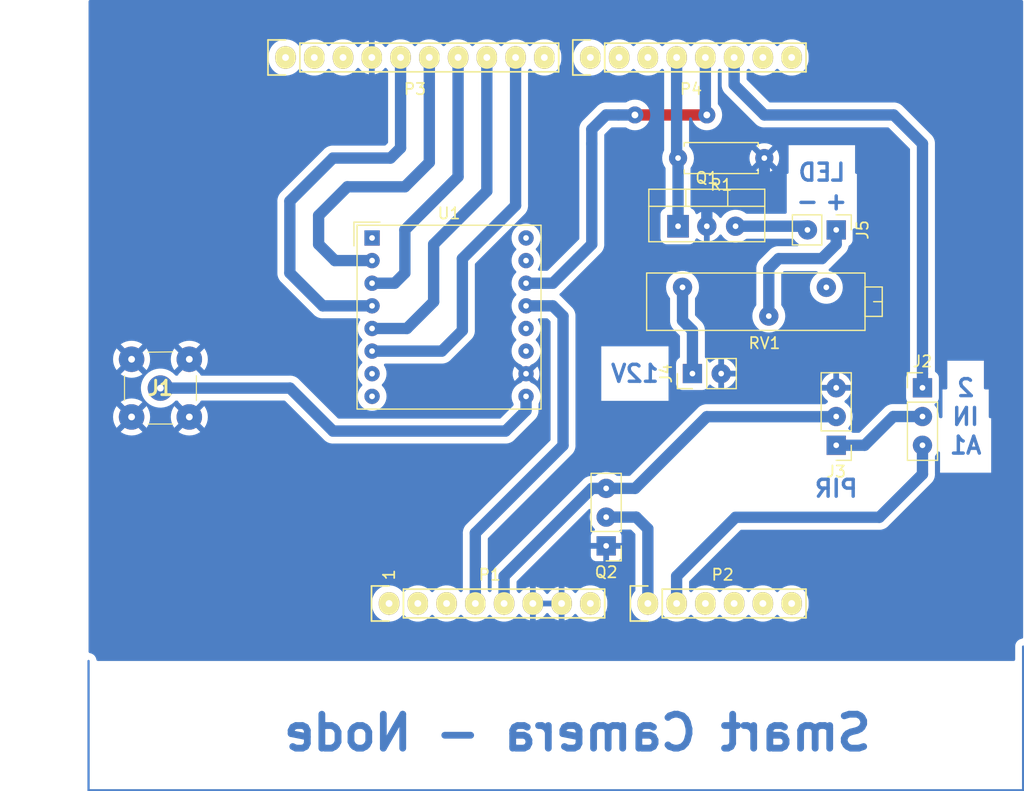
<source format=kicad_pcb>
(kicad_pcb (version 20211014) (generator pcbnew)
  (title_block (date "lun. 30 mars 2015"))
  (layers (0 "F.Cu" signal) (31 "B.Cu" signal) (34 "B.Paste" user) (35 "F.Paste" user) (36 "B.SilkS" user "B.Silkscreen") (37 "F.SilkS" user "F.Silkscreen") (38 "B.Mask" user) (39 "F.Mask" user) (44 "Edge.Cuts" user))
  (net 0 "")
  (net 1 "/IOREF")
  (net 2 "/Reset")
  (net 3 "+5V")
  (net 4 "GND")
  (net 5 "/Vin")
  (net 6 "/A0")
  (net 7 "/A1")
  (net 8 "/A2")
  (net 9 "/A3")
  (net 10 "/AREF")
  (net 11 "/A4(SDA)")
  (net 12 "/A5(SCL)")
  (net 13 "/9(**)")
  (net 14 "/8")
  (net 15 "/7")
  (net 16 "/6(**)")
  (net 17 "/5(**)")
  (net 18 "/4")
  (net 19 "/3(**)")
  (net 20 "/2")
  (net 21 "/1(Tx)")
  (net 22 "/0(Rx)")
  (net 24 "/11(**{slash}MOSI)")
  (net 25 "/10(**{slash}SS)")
  (net 26 "/13(SCK)")
  (net 27 "+3V3")
  (net 28 "/12(MISO)")
  (net 32 "Net-(J1-Pad5)")
  (net 37 "Net-(J2-Pad2)")
  (net 38 "+12V")
  (net 39 "/LED_PLUS")
  (net 40 "/LED_MOINS")
  (footprint "Socket_Arduino_Uno:Socket_Strip_Arduino_1x08" (layer "F.Cu") (at 112.141 174.625)
    (fp_text reference "P1" (at 8.89 -2.54) (layer "F.SilkS"))
    (fp_text value "Power")
    (fp_line (start 19.05 1.27) (end 19.05 -1.27) (layer "F.SilkS") (width 0.15))
    (fp_line (start 1.27 1.27) (end 19.05 1.27) (layer "F.SilkS") (width 0.15))
    (fp_line (start 19.05 -1.27) (end 1.27 -1.27) (layer "F.SilkS") (width 0.15))
    (fp_line (start 0 -1.55) (end -1.55 -1.55) (layer "F.SilkS") (width 0.15))
    (fp_line (start -1.55 -1.55) (end -1.55 1.55) (layer "F.SilkS") (width 0.15))
    (fp_line (start -1.55 1.55) (end 0 1.55) (layer "F.SilkS") (width 0.15))
    (fp_line (start 1.27 1.27) (end 1.27 -1.27) (layer "F.SilkS") (width 0.15))
    (pad "1" thru_hole oval locked (at 0 0) (size 1.8 2) (drill 0.6) (layers *.Cu *.Mask "F.SilkS"))
    (pad "2" thru_hole oval locked (at 2.54 0) (size 1.8 2) (drill 0.6) (layers *.Cu *.Mask "F.SilkS") (net 1 "/IOREF"))
    (pad "3" thru_hole oval locked (at 5.08 0) (size 1.8 2) (drill 0.6) (layers *.Cu *.Mask "F.SilkS") (net 2 "/Reset"))
    (pad "4" thru_hole oval locked (at 7.62 0) (size 1.8 2) (drill 0.6) (layers *.Cu *.Mask "F.SilkS") (net 27 "+3V3"))
    (pad "5" thru_hole oval locked (at 10.16 0) (size 1.8 2) (drill 0.6) (layers *.Cu *.Mask "F.SilkS") (net 3 "+5V"))
    (pad "6" thru_hole oval locked (at 12.7 0) (size 1.8 2) (drill 0.6) (layers *.Cu *.Mask "F.SilkS") (net 4 "GND"))
    (pad "7" thru_hole oval locked (at 15.24 0) (size 1.8 2) (drill 0.6) (layers *.Cu *.Mask "F.SilkS") (net 4 "GND"))
    (pad "8" thru_hole oval locked (at 17.78 0) (size 1.8 2) (drill 0.6) (layers *.Cu *.Mask "F.SilkS") (net 5 "/Vin"))
  )
  (footprint "Socket_Arduino_Uno:Socket_Strip_Arduino_1x06" (layer "F.Cu") (at 135.001 174.625)
    (fp_text reference "P2" (at 6.604 -2.54) (layer "F.SilkS"))
    (fp_text value "Analog")
    (fp_line (start 1.27 1.27) (end 1.27 -1.27) (layer "F.SilkS") (width 0.15))
    (fp_line (start 0 -1.55) (end -1.55 -1.55) (layer "F.SilkS") (width 0.15))
    (fp_line (start 13.97 -1.27) (end 1.27 -1.27) (layer "F.SilkS") (width 0.15))
    (fp_line (start 1.27 1.27) (end 13.97 1.27) (layer "F.SilkS") (width 0.15))
    (fp_line (start 13.97 1.27) (end 13.97 -1.27) (layer "F.SilkS") (width 0.15))
    (fp_line (start -1.55 -1.55) (end -1.55 1.55) (layer "F.SilkS") (width 0.15))
    (fp_line (start -1.55 1.55) (end 0 1.55) (layer "F.SilkS") (width 0.15))
    (pad "1" thru_hole oval locked (at 0 0) (size 1.8 2) (drill 0.6) (layers *.Cu *.Mask "F.SilkS") (net 6 "/A0"))
    (pad "2" thru_hole oval locked (at 2.54 0) (size 1.8 2) (drill 0.6) (layers *.Cu *.Mask "F.SilkS") (net 7 "/A1"))
    (pad "3" thru_hole oval locked (at 5.08 0) (size 1.8 2) (drill 0.6) (layers *.Cu *.Mask "F.SilkS") (net 8 "/A2"))
    (pad "4" thru_hole oval locked (at 7.62 0) (size 1.8 2) (drill 0.6) (layers *.Cu *.Mask "F.SilkS") (net 9 "/A3"))
    (pad "5" thru_hole oval locked (at 10.16 0) (size 1.8 2) (drill 0.6) (layers *.Cu *.Mask "F.SilkS") (net 11 "/A4(SDA)"))
    (pad "6" thru_hole oval locked (at 12.7 0) (size 1.8 2) (drill 0.6) (layers *.Cu *.Mask "F.SilkS") (net 12 "/A5(SCL)"))
  )
  (footprint "Socket_Arduino_Uno:Socket_Strip_Arduino_1x10" (layer "F.Cu") (at 102.997 126.365)
    (fp_text reference "P3" (at 11.43 2.794) (layer "F.SilkS"))
    (fp_text value "Digital")
    (fp_line (start -1.55 -1.55) (end -1.55 1.55) (layer "F.SilkS") (width 0.15))
    (fp_line (start 1.27 1.27) (end 24.13 1.27) (layer "F.SilkS") (width 0.15))
    (fp_line (start 24.13 1.27) (end 24.13 -1.27) (layer "F.SilkS") (width 0.15))
    (fp_line (start 24.13 -1.27) (end 1.27 -1.27) (layer "F.SilkS") (width 0.15))
    (fp_line (start 0 -1.55) (end -1.55 -1.55) (layer "F.SilkS") (width 0.15))
    (fp_line (start -1.55 1.55) (end 0 1.55) (layer "F.SilkS") (width 0.15))
    (fp_line (start 1.27 1.27) (end 1.27 -1.27) (layer "F.SilkS") (width 0.15))
    (pad "1" thru_hole oval locked (at 0 0) (size 1.8 2) (drill 0.6) (layers *.Cu *.Mask "F.SilkS") (net 12 "/A5(SCL)"))
    (pad "2" thru_hole oval locked (at 2.54 0) (size 1.8 2) (drill 0.6) (layers *.Cu *.Mask "F.SilkS") (net 11 "/A4(SDA)"))
    (pad "3" thru_hole oval locked (at 5.08 0) (size 1.8 2) (drill 0.6) (layers *.Cu *.Mask "F.SilkS") (net 10 "/AREF"))
    (pad "4" thru_hole oval locked (at 7.62 0) (size 1.8 2) (drill 0.6) (layers *.Cu *.Mask "F.SilkS") (net 4 "GND"))
    (pad "5" thru_hole oval locked (at 10.16 0) (size 1.8 2) (drill 0.6) (layers *.Cu *.Mask "F.SilkS") (net 26 "/13(SCK)"))
    (pad "6" thru_hole oval locked (at 12.7 0) (size 1.8 2) (drill 0.6) (layers *.Cu *.Mask "F.SilkS") (net 28 "/12(MISO)"))
    (pad "7" thru_hole oval locked (at 15.24 0) (size 1.8 2) (drill 0.6) (layers *.Cu *.Mask "F.SilkS") (net 24 "/11(**{slash}MOSI)"))
    (pad "8" thru_hole oval locked (at 17.78 0) (size 1.8 2) (drill 0.6) (layers *.Cu *.Mask "F.SilkS") (net 25 "/10(**{slash}SS)"))
    (pad "9" thru_hole oval locked (at 20.32 0) (size 1.8 2) (drill 0.6) (layers *.Cu *.Mask "F.SilkS") (net 13 "/9(**)"))
    (pad "10" thru_hole oval locked (at 22.86 0) (size 1.8 2) (drill 0.6) (layers *.Cu *.Mask "F.SilkS") (net 14 "/8"))
  )
  (footprint "Socket_Arduino_Uno:Socket_Strip_Arduino_1x08" (layer "F.Cu") (at 129.921 126.365)
    (fp_text reference "P4" (at 8.89 2.794) (layer "F.SilkS"))
    (fp_text value "Digital")
    (fp_line (start 19.05 -1.27) (end 1.27 -1.27) (layer "F.SilkS") (width 0.15))
    (fp_line (start -1.55 1.55) (end 0 1.55) (layer "F.SilkS") (width 0.15))
    (fp_line (start 1.27 1.27) (end 19.05 1.27) (layer "F.SilkS") (width 0.15))
    (fp_line (start 1.27 1.27) (end 1.27 -1.27) (layer "F.SilkS") (width 0.15))
    (fp_line (start 0 -1.55) (end -1.55 -1.55) (layer "F.SilkS") (width 0.15))
    (fp_line (start 19.05 1.27) (end 19.05 -1.27) (layer "F.SilkS") (width 0.15))
    (fp_line (start -1.55 -1.55) (end -1.55 1.55) (layer "F.SilkS") (width 0.15))
    (pad "1" thru_hole oval locked (at 0 0) (size 1.8 2) (drill 0.6) (layers *.Cu *.Mask "F.SilkS") (net 15 "/7"))
    (pad "2" thru_hole oval locked (at 2.54 0) (size 1.8 2) (drill 0.6) (layers *.Cu *.Mask "F.SilkS") (net 16 "/6(**)"))
    (pad "3" thru_hole oval locked (at 5.08 0) (size 1.8 2) (drill 0.6) (layers *.Cu *.Mask "F.SilkS") (net 17 "/5(**)"))
    (pad "4" thru_hole oval locked (at 7.62 0) (size 1.8 2) (drill 0.6) (layers *.Cu *.Mask "F.SilkS") (net 18 "/4"))
    (pad "5" thru_hole oval locked (at 10.16 0) (size 1.8 2) (drill 0.6) (layers *.Cu *.Mask "F.SilkS") (net 19 "/3(**)"))
    (pad "6" thru_hole oval locked (at 12.7 0) (size 1.8 2) (drill 0.6) (layers *.Cu *.Mask "F.SilkS") (net 20 "/2"))
    (pad "7" thru_hole oval locked (at 15.24 0) (size 1.8 2) (drill 0.6) (layers *.Cu *.Mask "F.SilkS") (net 21 "/1(Tx)"))
    (pad "8" thru_hole oval locked (at 17.78 0) (size 1.8 2) (drill 0.6) (layers *.Cu *.Mask "F.SilkS") (net 22 "/0(Rx)"))
  )
  (footprint "Potentiometer_THT:Potentiometer_Bourns_3006P_Horizontal" (layer "F.Cu") (at 138.063 146.68 180)
    (fp_text reference "RV1" (at -7.235 -4.935) (layer "F.SilkS"))
    (fp_text value "R_Potentiometer")
    (fp_line (start -16.12 -3.805) (end 3.17 -3.805) (layer "F.SilkS") (width 0.12))
    (fp_line (start -16.121 -2.569) (end -16.121 0.03) (layer "F.SilkS") (width 0.12))
    (fp_line (start 3.17 -3.805) (end 3.17 1.265) (layer "F.SilkS") (width 0.12))
    (fp_line (start -17.64 -2.569) (end -17.64 0.03) (layer "F.SilkS") (width 0.12))
    (fp_line (start -16.12 1.265) (end 3.17 1.265) (layer "F.SilkS") (width 0.12))
    (fp_line (start -17.64 -1.27) (end -16.881 -1.27) (layer "F.SilkS") (width 0.12))
    (fp_line (start -16.12 -3.805) (end -16.12 1.265) (layer "F.SilkS") (width 0.12))
    (fp_line (start -17.64 -2.569) (end -16.121 -2.569) (layer "F.SilkS") (width 0.12))
    (fp_line (start -17.64 0.03) (end -16.121 0.03) (layer "F.SilkS") (width 0.12))
    (pad "1" thru_hole oval locked (at 0 0 180) (size 1.7 1.7) (drill 0.5) (layers *.Cu *.Mask) (net 38 "+12V"))
    (pad "2" thru_hole oval locked (at -7.62 -2.54 180) (size 1.7 1.7) (drill 0.5) (layers *.Cu *.Mask) (net 39 "/LED_PLUS"))
    (pad "3" thru_hole oval locked (at -12.7 0 180) (size 1.7 1.7) (drill 0.5) (layers *.Cu *.Mask))
  )
  (footprint "Package_TO_SOT_THT:TO-220-3_Vertical" (layer "F.Cu") (at 137.668 141.28)
    (fp_text reference "Q1" (at 2.54 -4.27) (layer "F.SilkS"))
    (fp_text value "IRFZ44N")
    (fp_line (start 7.66 -3.27) (end 7.66 1.371) (layer "F.SilkS") (width 0.12))
    (fp_line (start -2.58 -1.76) (end 7.66 -1.76) (layer "F.SilkS") (width 0.12))
    (fp_line (start 0.69 -3.27) (end 0.69 -1.76) (layer "F.SilkS") (width 0.12))
    (fp_line (start -2.58 1.371) (end 7.66 1.371) (layer "F.SilkS") (width 0.12))
    (fp_line (start -2.58 -3.27) (end -2.58 1.371) (layer "F.SilkS") (width 0.12))
    (fp_line (start -2.58 -3.27) (end 7.66 -3.27) (layer "F.SilkS") (width 0.12))
    (fp_line (start 4.391 -3.27) (end 4.391 -1.76) (layer "F.SilkS") (width 0.12))
    (pad "1" thru_hole rect locked (at 0 0) (size 1.905 2) (drill 0.5) (layers *.Cu *.Mask) (net 18 "/4"))
    (pad "2" thru_hole oval locked (at 2.54 0) (size 1.7 1.7) (drill 0.5) (layers *.Cu *.Mask) (net 4 "GND"))
    (pad "3" thru_hole oval locked (at 5.08 0) (size 1.7 1.7) (drill 0.5) (layers *.Cu *.Mask) (net 40 "/LED_MOINS"))
  )
  (footprint "Connector_PinHeader_2.54mm:PinHeader_1x03_P2.54mm_Vertical" (layer "F.Cu") (at 131.318 169.53 180)
    (fp_text reference "Q2" (at 0 -2.33) (layer "F.SilkS"))
    (fp_text value "TMP36")
    (fp_line (start -1.33 6.41) (end 1.33 6.41) (layer "F.SilkS") (width 0.12))
    (fp_line (start -1.33 1.27) (end 1.33 1.27) (layer "F.SilkS") (width 0.12))
    (fp_line (start 1.33 1.27) (end 1.33 6.41) (layer "F.SilkS") (width 0.12))
    (fp_line (start -1.33 0) (end -1.33 -1.33) (layer "F.SilkS") (width 0.12))
    (fp_line (start -1.33 1.27) (end -1.33 6.41) (layer "F.SilkS") (width 0.12))
    (fp_line (start -1.33 -1.33) (end 0 -1.33) (layer "F.SilkS") (width 0.12))
    (pad "1" thru_hole rect locked (at 0 0 180) (size 1.7 1.7) (drill 0.5) (layers *.Cu *.Mask) (net 4 "GND"))
    (pad "2" thru_hole oval locked (at 0 2.54 180) (size 1.7 1.7) (drill 0.5) (layers *.Cu *.Mask) (net 6 "/A0"))
    (pad "3" thru_hole oval locked (at 0 5.08 180) (size 1.7 1.7) (drill 0.5) (layers *.Cu *.Mask) (net 3 "+5V"))
  )
  (footprint "Connector_PinHeader_2.54mm:PinHeader_1x03_P2.54mm_Vertical" (layer "F.Cu") (at 159.258 155.56)
    (fp_text reference "J2" (at 0 -2.33) (layer "F.SilkS"))
    (fp_text value "Conn_01x03")
    (fp_line (start -1.33 1.27) (end 1.33 1.27) (layer "F.SilkS") (width 0.12))
    (fp_line (start -1.33 6.41) (end 1.33 6.41) (layer "F.SilkS") (width 0.12))
    (fp_line (start -1.33 0) (end -1.33 -1.33) (layer "F.SilkS") (width 0.12))
    (fp_line (start 1.33 1.27) (end 1.33 6.41) (layer "F.SilkS") (width 0.12))
    (fp_line (start -1.33 1.27) (end -1.33 6.41) (layer "F.SilkS") (width 0.12))
    (fp_line (start -1.33 -1.33) (end 0 -1.33) (layer "F.SilkS") (width 0.12))
    (pad "1" thru_hole rect locked (at 0 0) (size 1.7 1.7) (drill 0.5) (layers *.Cu *.Mask) (net 20 "/2"))
    (pad "2" thru_hole oval locked (at 0 2.54) (size 1.7 1.7) (drill 0.5) (layers *.Cu *.Mask) (net 37 "Net-(J2-Pad2)"))
    (pad "3" thru_hole oval locked (at 0 5.08) (size 1.7 1.7) (drill 0.5) (layers *.Cu *.Mask) (net 7 "/A1"))
  )
  (footprint "Connector_PinHeader_2.54mm:PinHeader_1x03_P2.54mm_Vertical" (layer "F.Cu") (at 151.638 160.64 180)
    (fp_text reference "J3" (at 0 -2.33) (layer "F.SilkS"))
    (fp_text value "Conn_01x03")
    (fp_line (start -1.33 1.27) (end -1.33 6.41) (layer "F.SilkS") (width 0.12))
    (fp_line (start -1.33 0) (end -1.33 -1.33) (layer "F.SilkS") (width 0.12))
    (fp_line (start 1.33 1.27) (end 1.33 6.41) (layer "F.SilkS") (width 0.12))
    (fp_line (start -1.33 -1.33) (end 0 -1.33) (layer "F.SilkS") (width 0.12))
    (fp_line (start -1.33 1.27) (end 1.33 1.27) (layer "F.SilkS") (width 0.12))
    (fp_line (start -1.33 6.41) (end 1.33 6.41) (layer "F.SilkS") (width 0.12))
    (pad "1" thru_hole rect locked (at 0 0 180) (size 1.7 1.7) (drill 0.5) (layers *.Cu *.Mask) (net 37 "Net-(J2-Pad2)"))
    (pad "2" thru_hole oval locked (at 0 2.54 180) (size 1.7 1.7) (drill 0.5) (layers *.Cu *.Mask) (net 3 "+5V"))
    (pad "3" thru_hole oval locked (at 0 5.08 180) (size 1.7 1.7) (drill 0.5) (layers *.Cu *.Mask) (net 4 "GND"))
  )
  (footprint "RF_Module:HOPERF_RFM9XW_THT" (layer "F.Cu") (at 110.6405 142.3175)
    (fp_text reference "U1" (at 6.8 -2.17) (layer "F.SilkS"))
    (fp_text value "RFM95W-868S2")
    (fp_line (start 14.925 15.125) (end -1.325 15.125) (layer "F.SilkS") (width 0.12))
    (fp_line (start -1.325 -1.125) (end 14.925 -1.125) (layer "F.SilkS") (width 0.12))
    (fp_line (start -1.325 15.125) (end -1.325 -1.125) (layer "F.SilkS") (width 0.12))
    (fp_line (start -1.6 -1.4) (end 0.7 -1.4) (layer "F.SilkS") (width 0.12))
    (fp_line (start 14.925 -1.125) (end 14.925 15.125) (layer "F.SilkS") (width 0.12))
    (fp_line (start -1.6 0.7) (end -1.6 -1.4) (layer "F.SilkS") (width 0.12))
    (pad "1" thru_hole rect locked (at 0 0) (size 1.35 1.35) (drill 0.5) (layers *.Cu *.Mask))
    (pad "2" thru_hole circle locked (at 0 2) (size 1.35 1.35) (drill 0.5) (layers *.Cu *.Mask) (net 28 "/12(MISO)"))
    (pad "3" thru_hole circle locked (at 0 4) (size 1.35 1.35) (drill 0.5) (layers *.Cu *.Mask) (net 24 "/11(**{slash}MOSI)"))
    (pad "4" thru_hole circle locked (at 0 6) (size 1.35 1.35) (drill 0.5) (layers *.Cu *.Mask) (net 26 "/13(SCK)"))
    (pad "5" thru_hole circle locked (at 0 8) (size 1.35 1.35) (drill 0.5) (layers *.Cu *.Mask) (net 25 "/10(**{slash}SS)"))
    (pad "6" thru_hole circle locked (at 0 10) (size 1.35 1.35) (drill 0.5) (layers *.Cu *.Mask) (net 13 "/9(**)"))
    (pad "7" thru_hole circle locked (at 0 12) (size 1.35 1.35) (drill 0.5) (layers *.Cu *.Mask))
    (pad "8" thru_hole circle locked (at 0 14) (size 1.35 1.35) (drill 0.5) (layers *.Cu *.Mask))
    (pad "9" thru_hole circle locked (at 13.6 14) (size 1.35 1.35) (drill 0.5) (layers *.Cu *.Mask) (net 32 "Net-(J1-Pad5)"))
    (pad "10" thru_hole circle locked (at 13.6 12) (size 1.35 1.35) (drill 0.5) (layers *.Cu *.Mask) (net 4 "GND"))
    (pad "11" thru_hole circle locked (at 13.6 10) (size 1.35 1.35) (drill 0.5) (layers *.Cu *.Mask))
    (pad "12" thru_hole circle locked (at 13.6 8) (size 1.35 1.35) (drill 0.5) (layers *.Cu *.Mask))
    (pad "13" thru_hole circle locked (at 13.6 6) (size 1.35 1.35) (drill 0.5) (layers *.Cu *.Mask) (net 27 "+3V3"))
    (pad "14" thru_hole circle locked (at 13.6 4) (size 1.35 1.35) (drill 0.5) (layers *.Cu *.Mask) (net 19 "/3(**)"))
    (pad "15" thru_hole circle locked (at 13.6 2) (size 1.35 1.35) (drill 0.5) (layers *.Cu *.Mask))
    (pad "16" thru_hole circle locked (at 13.6 0) (size 1.35 1.35) (drill 0.5) (layers *.Cu *.Mask))
  )
  (footprint "Connector_PinHeader_2.54mm:PinHeader_1x02_P2.54mm_Vertical" (layer "F.Cu") (at 151.638 141.605 -90)
    (fp_text reference "J5" (at 0 -2.33 90) (layer "F.SilkS"))
    (fp_text value "Conn_01x02")
    (fp_line (start 1.33 1.27) (end 1.33 3.87) (layer "F.SilkS") (width 0.12))
    (fp_line (start -1.33 0) (end -1.33 -1.33) (layer "F.SilkS") (width 0.12))
    (fp_line (start -1.33 -1.33) (end 0 -1.33) (layer "F.SilkS") (width 0.12))
    (fp_line (start -1.33 3.87) (end 1.33 3.87) (layer "F.SilkS") (width 0.12))
    (fp_line (start -1.33 1.27) (end -1.33 3.87) (layer "F.SilkS") (width 0.12))
    (fp_line (start -1.33 1.27) (end 1.33 1.27) (layer "F.SilkS") (width 0.12))
    (pad "1" thru_hole rect locked (at 0 0 270) (size 1.7 1.7) (drill 0.5) (layers *.Cu *.Mask) (net 39 "/LED_PLUS"))
    (pad "2" thru_hole oval locked (at 0 2.54 270) (size 1.7 1.7) (drill 0.5) (layers *.Cu *.Mask) (net 40 "/LED_MOINS"))
  )
  (footprint "Resistor_THT:R_Axial_DIN0207_L6.3mm_D2.5mm_P7.62mm_Horizontal" (layer "F.Cu") (at 145.288 135.255 180)
    (fp_text reference "R1" (at 3.81 -2.37) (layer "F.SilkS"))
    (fp_text value "10k")
    (fp_line (start 7.08 1.37) (end 7.08 1.04) (layer "F.SilkS") (width 0.12))
    (fp_line (start 0.54 1.37) (end 7.08 1.37) (layer "F.SilkS") (width 0.12))
    (fp_line (start 7.08 -1.37) (end 7.08 -1.04) (layer "F.SilkS") (width 0.12))
    (fp_line (start 0.54 -1.37) (end 7.08 -1.37) (layer "F.SilkS") (width 0.12))
    (fp_line (start 0.54 1.04) (end 0.54 1.37) (layer "F.SilkS") (width 0.12))
    (fp_line (start 0.54 -1.04) (end 0.54 -1.37) (layer "F.SilkS") (width 0.12))
    (pad "1" thru_hole circle locked (at 0 0 180) (size 1.6 1.6) (drill 0.5) (layers *.Cu *.Mask) (net 4 "GND"))
    (pad "2" thru_hole oval locked (at 7.62 0 180) (size 1.6 1.6) (drill 0.5) (layers *.Cu *.Mask) (net 18 "/4"))
  )
  (footprint "Connector_PinHeader_2.54mm:PinHeader_1x02_P2.54mm_Vertical" (layer "F.Cu") (at 138.938 154.305 90)
    (fp_text reference "J4" (at 0 -2.33 90) (layer "F.SilkS"))
    (fp_text value "Conn_01x02")
    (fp_line (start -1.33 -1.33) (end 0 -1.33) (layer "F.SilkS") (width 0.12))
    (fp_line (start -1.33 1.27) (end -1.33 3.87) (layer "F.SilkS") (width 0.12))
    (fp_line (start 1.33 1.27) (end 1.33 3.87) (layer "F.SilkS") (width 0.12))
    (fp_line (start -1.33 3.87) (end 1.33 3.87) (layer "F.SilkS") (width 0.12))
    (fp_line (start -1.33 1.27) (end 1.33 1.27) (layer "F.SilkS") (width 0.12))
    (fp_line (start -1.33 0) (end -1.33 -1.33) (layer "F.SilkS") (width 0.12))
    (pad "1" thru_hole rect locked (at 0 0 90) (size 1.7 1.7) (drill 0.5) (layers *.Cu *.Mask) (net 38 "+12V"))
    (pad "2" thru_hole oval locked (at 0 2.54 90) (size 1.7 1.7) (drill 0.5) (layers *.Cu *.Mask) (net 4 "GND"))
  )
  (footprint "SamacSys_Parts:114789790" (layer "F.Cu") (at 91.948 155.575 180)
    (fp_text reference "J1" (at 0 -0.013) (layer "F.SilkS") (effects (font (size 1.27 1.27) (thickness 0.254))))
    (fp_text value "1-1478979-0" hide)
    (fp_line (start 3.175 -1.113) (end 3.175 1.087) (layer "F.SilkS") (width 0.1))
    (fp_line (start -1.1 -3.188) (end 1.1 -3.188) (layer "F.SilkS") (width 0.1))
    (fp_line (start -1.1 3.188) (end 1.1 3.162) (layer "F.SilkS") (width 0.1))
    (fp_line (start -3.175 -1.113) (end -3.175 1.087) (layer "F.SilkS") (width 0.1))
    (pad "1" thru_hole circle locked (at -2.55 -2.563 180) (size 2.25 2.25) (drill 0.6) (layers *.Cu *.Mask) (net 4 "GND"))
    (pad "2" thru_hole circle locked (at 2.55 -2.563 180) (size 2.25 2.25) (drill 0.6) (layers *.Cu *.Mask) (net 4 "GND"))
    (pad "3" thru_hole circle locked (at 2.55 2.537 180) (size 2.25 2.25) (drill 0.6) (layers *.Cu *.Mask) (net 4 "GND"))
    (pad "4" thru_hole circle locked (at -2.55 2.537 180) (size 2.25 2.25) (drill 0.6) (layers *.Cu *.Mask) (net 4 "GND"))
    (pad "5" thru_hole circle locked (at 0 -0.013 180) (size 2.25 2.25) (drill 0.6) (layers *.Cu *.Mask) (net 32 "Net-(J1-Pad5)"))
  )
  (gr_text "A1" (at 163.068 160.655) (layer "B.Cu") (effects (font (size 1.5 1.5) (thickness 0.3)) (justify mirror)))
  (gr_text "-\n" (at 149.098 139.065) (layer "B.Cu") (effects (font (size 1.5 1.5) (thickness 0.3)) (justify mirror)))
  (gr_text "12V" (at 133.858 154.305) (layer "B.Cu") (effects (font (size 1.5 1.5) (thickness 0.3)) (justify mirror)))
  (gr_text "+" (at 151.638 139.065) (layer "B.Cu") (effects (font (size 1.5 1.5) (thickness 0.3)) (justify mirror)))
  (gr_text "IN" (at 163.068 158.115) (layer "B.Cu") (effects (font (size 1.5 1.5) (thickness 0.3)) (justify mirror)))
  (gr_text "PIR" (at 151.638 164.465) (layer "B.Cu") (effects (font (size 1.5 1.5) (thickness 0.3)) (justify mirror)))
  (gr_text "LED" (at 150.368 136.525) (layer "B.Cu") (effects (font (size 1.5 1.5) (thickness 0.3)) (justify mirror)))
  (gr_text "2" (at 163.068 155.575) (layer "B.Cu") (effects (font (size 1.5 1.5) (thickness 0.3)) (justify mirror)))
  (gr_text "Smart Camera - Node" (at 128.778 186.055) (layer "B.Cu") (effects (font (size 3 3) (thickness 0.6)) (justify mirror)))
  (gr_text "1" (at 112.141 172.085 90) (layer "F.SilkS") (effects (font (size 1 1))))
  (segment (start 85.598 179.705) (end 85.598 191.135) (width 0.2) (layer "B.Cu") (net 0))
  (segment (start 168.148 191.135) (end 168.148 178.435) (width 0.2) (layer "B.Cu") (net 0))
  (segment (start 168.148 191.135) (end 85.598 191.135) (width 0.2) (layer "B.Cu") (net 0))
  (segment (start 122.301 172.212) (end 130.063 164.45) (width 1) (layer "B.Cu") (net 3))
  (segment (start 140.208 158.115) (end 151.638 158.115) (width 1) (layer "B.Cu") (net 3))
  (segment (start 130.063 164.45) (end 131.318 164.45) (width 1) (layer "B.Cu") (net 3))
  (segment (start 122.301 174.625) (end 122.301 172.212) (width 1) (layer "B.Cu") (net 3))
  (segment (start 133.873 164.45) (end 140.208 158.115) (width 1) (layer "B.Cu") (net 3))
  (segment (start 131.318 164.45) (end 133.873 164.45) (width 1) (layer "B.Cu") (net 3))
  (segment (start 140.208 139.065) (end 141.478 137.795) (width 1) (layer "B.Cu") (net 4))
  (segment (start 141.478 137.795) (end 144.018 137.795) (width 1) (layer "B.Cu") (net 4))
  (segment (start 145.288 136.525) (end 145.288 135.255) (width 1) (layer "B.Cu") (net 4))
  (segment (start 144.018 137.795) (end 145.288 136.525) (width 1) (layer "B.Cu") (net 4))
  (segment (start 140.208 141.28) (end 140.208 139.065) (width 1) (layer "B.Cu") (net 4))
  (segment (start 133.97 166.99) (end 135.001 168.021) (width 1) (layer "B.Cu") (net 6))
  (segment (start 131.318 166.99) (end 133.97 166.99) (width 1) (layer "B.Cu") (net 6))
  (segment (start 135.001 168.021) (end 135.001 174.625) (width 1) (layer "B.Cu") (net 6))
  (segment (start 137.541 172.212) (end 142.748 167.005) (width 1) (layer "B.Cu") (net 7))
  (segment (start 142.748 167.005) (end 155.448 167.005) (width 1) (layer "B.Cu") (net 7))
  (segment (start 159.258 163.195) (end 159.258 160.64) (width 1) (layer "B.Cu") (net 7))
  (segment (start 155.448 167.005) (end 159.258 163.195) (width 1) (layer "B.Cu") (net 7))
  (segment (start 137.541 174.625) (end 137.541 172.212) (width 1) (layer "B.Cu") (net 7))
  (segment (start 123.317 139.446) (end 118.618 144.145) (width 1) (layer "B.Cu") (net 13))
  (segment (start 118.618 150.495) (end 116.7955 152.3175) (width 1) (layer "B.Cu") (net 13))
  (segment (start 123.317 126.365) (end 123.317 139.446) (width 1) (layer "B.Cu") (net 13))
  (segment (start 118.618 144.145) (end 118.618 150.495) (width 1) (layer "B.Cu") (net 13))
  (segment (start 116.7955 152.3175) (end 110.6405 152.3175) (width 1) (layer "B.Cu") (net 13))
  (segment (start 137.668 135.255) (end 137.668 141.28) (width 1) (layer "B.Cu") (net 18))
  (segment (start 137.541 126.365) (end 137.541 135.128) (width 1) (layer "B.Cu") (net 18))
  (segment (start 137.541 135.128) (end 137.668 135.255) (width 1) (layer "B.Cu") (net 18))
  (segment (start 133.858 131.445) (end 140.208 131.445) (width 1) (layer "F.Cu") (net 19))
  (via (at 140.208 131.445) (size 1.5) (drill 0.6) (layers "F.Cu" "B.Cu") (net 19))
  (via (at 133.858 131.445) (size 1.5) (drill 0.6) (layers "F.Cu" "B.Cu") (net 19))
  (segment (start 124.2405 146.3175) (end 126.6055 146.3175) (width 1) (layer "B.Cu") (net 19))
  (segment (start 140.081 131.318) (end 140.208 131.445) (width 1) (layer "B.Cu") (net 19))
  (segment (start 131.318 131.445) (end 132.408489 131.445) (width 1) (layer "B.Cu") (net 19))
  (segment (start 130.048 142.875) (end 130.048 133.985) (width 1) (layer "B.Cu") (net 19))
  (segment (start 130.048 132.715) (end 131.318 131.445) (width 1) (layer "B.Cu") (net 19))
  (segment (start 126.6055 146.3175) (end 128.778 144.145) (width 1) (layer "B.Cu") (net 19))
  (segment (start 128.778 144.145) (end 130.048 142.875) (width 1) (layer "B.Cu") (net 19))
  (segment (start 130.048 133.985) (end 130.048 132.715) (width 1) (layer "B.Cu") (net 19))
  (segment (start 132.408489 131.445) (end 133.858 131.445) (width 1) (layer "B.Cu") (net 19))
  (segment (start 140.081 126.365) (end 140.081 131.318) (width 1) (layer "B.Cu") (net 19))
  (segment (start 145.288 131.445) (end 156.718 131.445) (width 1) (layer "B.Cu") (net 20))
  (segment (start 159.258 155.56) (end 159.258 154.305) (width 1) (layer "B.Cu") (net 20))
  (segment (start 142.621 128.778) (end 145.288 131.445) (width 1) (layer "B.Cu") (net 20))
  (segment (start 142.621 126.365) (end 142.621 128.778) (width 1) (layer "B.Cu") (net 20))
  (segment (start 159.258 133.985) (end 159.258 154.305) (width 1) (layer "B.Cu") (net 20))
  (segment (start 156.718 131.445) (end 159.258 133.985) (width 1) (layer "B.Cu") (net 20))
  (segment (start 118.237 126.365) (end 118.237 136.906) (width 1) (layer "B.Cu") (net 24))
  (segment (start 113.538 141.605) (end 113.538 145.415) (width 1) (layer "B.Cu") (net 24))
  (segment (start 112.6355 146.3175) (end 110.6405 146.3175) (width 1) (layer "B.Cu") (net 24))
  (segment (start 118.237 136.906) (end 113.538 141.605) (width 1) (layer "B.Cu") (net 24))
  (segment (start 113.538 145.415) (end 112.6355 146.3175) (width 1) (layer "B.Cu") (net 24))
  (segment (start 116.078 142.875) (end 116.078 147.955) (width 1) (layer "B.Cu") (net 25))
  (segment (start 116.078 147.955) (end 113.7155 150.3175) (width 1) (layer "B.Cu") (net 25))
  (segment (start 120.777 138.176) (end 116.078 142.875) (width 1) (layer "B.Cu") (net 25))
  (segment (start 113.7155 150.3175) (end 110.6405 150.3175) (width 1) (layer "B.Cu") (net 25))
  (segment (start 120.777 126.365) (end 120.777 138.176) (width 1) (layer "B.Cu") (net 25))
  (segment (start 112.268 135.255) (end 107.188 135.255) (width 1) (layer "B.Cu") (net 26))
  (segment (start 113.157 134.366) (end 112.268 135.255) (width 1) (layer "B.Cu") (net 26))
  (segment (start 113.157 126.365) (end 113.157 134.366) (width 1) (layer "B.Cu") (net 26))
  (segment (start 103.378 145.415) (end 106.2805 148.3175) (width 1) (layer "B.Cu") (net 26))
  (segment (start 103.378 139.065) (end 103.378 145.415) (width 1) (layer "B.Cu") (net 26))
  (segment (start 107.188 135.255) (end 103.378 139.065) (width 1) (layer "B.Cu") (net 26))
  (segment (start 106.2805 148.3175) (end 110.6405 148.3175) (width 1) (layer "B.Cu") (net 26))
  (segment (start 119.761 168.402) (end 119.761 174.625) (width 1) (layer "B.Cu") (net 27))
  (segment (start 126.6005 148.3175) (end 127.508 149.225) (width 1) (layer "B.Cu") (net 27))
  (segment (start 127.508 149.225) (end 127.508 160.655) (width 1) (layer "B.Cu") (net 27))
  (segment (start 124.2405 148.3175) (end 126.6005 148.3175) (width 1) (layer "B.Cu") (net 27))
  (segment (start 127.508 160.655) (end 119.761 168.402) (width 1) (layer "B.Cu") (net 27))
  (segment (start 115.697 126.365) (end 115.697 135.636) (width 1) (layer "B.Cu") (net 28))
  (segment (start 113.538 137.795) (end 108.458 137.795) (width 1) (layer "B.Cu") (net 28))
  (segment (start 105.918 142.875) (end 107.3605 144.3175) (width 1) (layer "B.Cu") (net 28))
  (segment (start 107.3605 144.3175) (end 110.6405 144.3175) (width 1) (layer "B.Cu") (net 28))
  (segment (start 115.697 135.636) (end 113.538 137.795) (width 1) (layer "B.Cu") (net 28))
  (segment (start 105.918 140.335) (end 105.918 142.875) (width 1) (layer "B.Cu") (net 28))
  (segment (start 108.458 137.795) (end 105.918 140.335) (width 1) (layer "B.Cu") (net 28))
  (segment (start 124.2405 157.5725) (end 124.2405 156.3175) (width 1) (layer "B.Cu") (net 32))
  (segment (start 103.391 155.588) (end 107.188 159.385) (width 1) (layer "B.Cu") (net 32))
  (segment (start 91.948 155.588) (end 103.391 155.588) (width 1) (layer "B.Cu") (net 32))
  (segment (start 122.428 159.385) (end 124.2405 157.5725) (width 1) (layer "B.Cu") (net 32))
  (segment (start 107.188 159.385) (end 122.428 159.385) (width 1) (layer "B.Cu") (net 32))
  (segment (start 154.148 160.64) (end 156.688 158.1) (width 1) (layer "B.Cu") (net 37))
  (segment (start 151.638 160.64) (end 154.148 160.64) (width 1) (layer "B.Cu") (net 37))
  (segment (start 156.688 158.1) (end 159.258 158.1) (width 1) (layer "B.Cu") (net 37))
  (segment (start 138.063 149.62) (end 138.938 150.495) (width 1) (layer "B.Cu") (net 38))
  (segment (start 138.938 150.495) (end 138.938 154.305) (width 1) (layer "B.Cu") (net 38))
  (segment (start 138.063 146.68) (end 138.063 149.62) (width 1) (layer "B.Cu") (net 38))
  (segment (start 145.683 145.02) (end 146.558 144.145) (width 1) (layer "B.Cu") (net 39))
  (segment (start 151.638 142.875) (end 151.638 141.605) (width 1) (layer "B.Cu") (net 39))
  (segment (start 145.683 149.22) (end 145.683 145.02) (width 1) (layer "B.Cu") (net 39))
  (segment (start 150.368 144.145) (end 151.638 142.875) (width 1) (layer "B.Cu") (net 39))
  (segment (start 146.558 144.145) (end 150.368 144.145) (width 1) (layer "B.Cu") (net 39))
  (segment (start 148.773 141.28) (end 149.098 141.605) (width 1) (layer "B.Cu") (net 40))
  (segment (start 142.748 141.28) (end 148.773 141.28) (width 1) (layer "B.Cu") (net 40))
  (zone (net 4) (net_name "GND") (layer "B.Cu") (connect_pads (clearance 0.6)) (min_thickness 0.254) (fill yes (thermal_gap 0.508) (thermal_bridge_width 0.508))
    (polygon (pts (xy 168.148 179.705) (xy 85.598 179.705) (xy 85.598 121.285) (xy 168.148 121.285)))
  )
)
</source>
